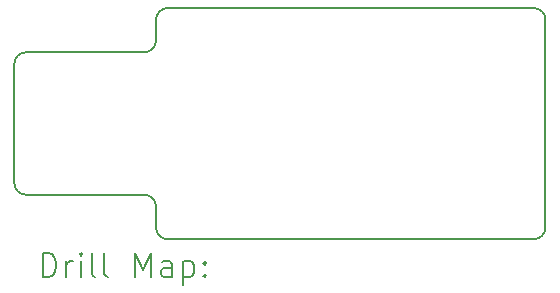
<source format=gbr>
%TF.GenerationSoftware,KiCad,Pcbnew,7.0.2-6a45011f42~172~ubuntu20.04.1*%
%TF.CreationDate,2023-04-23T21:35:08-07:00*%
%TF.ProjectId,SX1280_USB_Adapter,53583132-3830-45f5-9553-425f41646170,rev?*%
%TF.SameCoordinates,Original*%
%TF.FileFunction,Drillmap*%
%TF.FilePolarity,Positive*%
%FSLAX45Y45*%
G04 Gerber Fmt 4.5, Leading zero omitted, Abs format (unit mm)*
G04 Created by KiCad (PCBNEW 7.0.2-6a45011f42~172~ubuntu20.04.1) date 2023-04-23 21:35:08*
%MOMM*%
%LPD*%
G01*
G04 APERTURE LIST*
%ADD10C,0.150000*%
%ADD11C,0.200000*%
G04 APERTURE END LIST*
D10*
X9773489Y-10811599D02*
G75*
G03*
X9673489Y-10911599I1J-100001D01*
G01*
X10873491Y-12293599D02*
G75*
G03*
X10973489Y-12393599I99999J-1D01*
G01*
X10873489Y-10711599D02*
X10873489Y-10536599D01*
X14071600Y-10436599D02*
X10973489Y-10436599D01*
X10773489Y-10811599D02*
G75*
G03*
X10873489Y-10711599I1J99999D01*
G01*
X9673489Y-10911599D02*
X9673489Y-11917599D01*
X14071600Y-12393599D02*
X10973489Y-12393599D01*
X14171601Y-10536599D02*
G75*
G03*
X14071600Y-10436599I-100001J-1D01*
G01*
X10773489Y-12017599D02*
X9773489Y-12017599D01*
X10873491Y-12117599D02*
G75*
G03*
X10773489Y-12017599I-100001J-1D01*
G01*
X9673491Y-11917599D02*
G75*
G03*
X9773489Y-12017599I99999J-1D01*
G01*
X10973489Y-10436599D02*
G75*
G03*
X10873489Y-10536599I1J-100001D01*
G01*
X9773489Y-10811599D02*
X10773489Y-10811599D01*
X14071600Y-12393600D02*
G75*
G03*
X14171600Y-12293599I0J100000D01*
G01*
X10873489Y-12117599D02*
X10873489Y-12293599D01*
X14171600Y-12293599D02*
X14171600Y-10536599D01*
D11*
X9913608Y-12713623D02*
X9913608Y-12513623D01*
X9913608Y-12513623D02*
X9961227Y-12513623D01*
X9961227Y-12513623D02*
X9989799Y-12523147D01*
X9989799Y-12523147D02*
X10008846Y-12542194D01*
X10008846Y-12542194D02*
X10018370Y-12561242D01*
X10018370Y-12561242D02*
X10027894Y-12599337D01*
X10027894Y-12599337D02*
X10027894Y-12627909D01*
X10027894Y-12627909D02*
X10018370Y-12666004D01*
X10018370Y-12666004D02*
X10008846Y-12685052D01*
X10008846Y-12685052D02*
X9989799Y-12704099D01*
X9989799Y-12704099D02*
X9961227Y-12713623D01*
X9961227Y-12713623D02*
X9913608Y-12713623D01*
X10113608Y-12713623D02*
X10113608Y-12580290D01*
X10113608Y-12618385D02*
X10123132Y-12599337D01*
X10123132Y-12599337D02*
X10132656Y-12589813D01*
X10132656Y-12589813D02*
X10151704Y-12580290D01*
X10151704Y-12580290D02*
X10170751Y-12580290D01*
X10237418Y-12713623D02*
X10237418Y-12580290D01*
X10237418Y-12513623D02*
X10227894Y-12523147D01*
X10227894Y-12523147D02*
X10237418Y-12532671D01*
X10237418Y-12532671D02*
X10246942Y-12523147D01*
X10246942Y-12523147D02*
X10237418Y-12513623D01*
X10237418Y-12513623D02*
X10237418Y-12532671D01*
X10361227Y-12713623D02*
X10342180Y-12704099D01*
X10342180Y-12704099D02*
X10332656Y-12685052D01*
X10332656Y-12685052D02*
X10332656Y-12513623D01*
X10465989Y-12713623D02*
X10446942Y-12704099D01*
X10446942Y-12704099D02*
X10437418Y-12685052D01*
X10437418Y-12685052D02*
X10437418Y-12513623D01*
X10694561Y-12713623D02*
X10694561Y-12513623D01*
X10694561Y-12513623D02*
X10761227Y-12656480D01*
X10761227Y-12656480D02*
X10827894Y-12513623D01*
X10827894Y-12513623D02*
X10827894Y-12713623D01*
X11008846Y-12713623D02*
X11008846Y-12608861D01*
X11008846Y-12608861D02*
X10999323Y-12589813D01*
X10999323Y-12589813D02*
X10980275Y-12580290D01*
X10980275Y-12580290D02*
X10942180Y-12580290D01*
X10942180Y-12580290D02*
X10923132Y-12589813D01*
X11008846Y-12704099D02*
X10989799Y-12713623D01*
X10989799Y-12713623D02*
X10942180Y-12713623D01*
X10942180Y-12713623D02*
X10923132Y-12704099D01*
X10923132Y-12704099D02*
X10913608Y-12685052D01*
X10913608Y-12685052D02*
X10913608Y-12666004D01*
X10913608Y-12666004D02*
X10923132Y-12646956D01*
X10923132Y-12646956D02*
X10942180Y-12637433D01*
X10942180Y-12637433D02*
X10989799Y-12637433D01*
X10989799Y-12637433D02*
X11008846Y-12627909D01*
X11104085Y-12580290D02*
X11104085Y-12780290D01*
X11104085Y-12589813D02*
X11123132Y-12580290D01*
X11123132Y-12580290D02*
X11161227Y-12580290D01*
X11161227Y-12580290D02*
X11180275Y-12589813D01*
X11180275Y-12589813D02*
X11189799Y-12599337D01*
X11189799Y-12599337D02*
X11199323Y-12618385D01*
X11199323Y-12618385D02*
X11199323Y-12675528D01*
X11199323Y-12675528D02*
X11189799Y-12694575D01*
X11189799Y-12694575D02*
X11180275Y-12704099D01*
X11180275Y-12704099D02*
X11161227Y-12713623D01*
X11161227Y-12713623D02*
X11123132Y-12713623D01*
X11123132Y-12713623D02*
X11104085Y-12704099D01*
X11285037Y-12694575D02*
X11294561Y-12704099D01*
X11294561Y-12704099D02*
X11285037Y-12713623D01*
X11285037Y-12713623D02*
X11275513Y-12704099D01*
X11275513Y-12704099D02*
X11285037Y-12694575D01*
X11285037Y-12694575D02*
X11285037Y-12713623D01*
X11285037Y-12589813D02*
X11294561Y-12599337D01*
X11294561Y-12599337D02*
X11285037Y-12608861D01*
X11285037Y-12608861D02*
X11275513Y-12599337D01*
X11275513Y-12599337D02*
X11285037Y-12589813D01*
X11285037Y-12589813D02*
X11285037Y-12608861D01*
M02*

</source>
